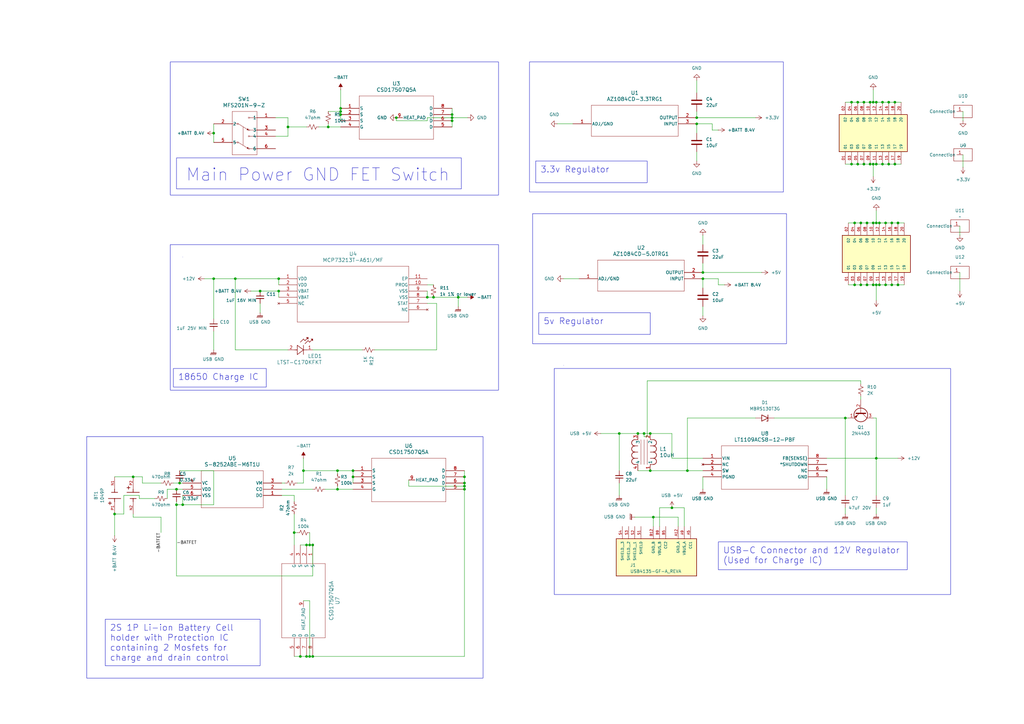
<source format=kicad_sch>
(kicad_sch (version 20231120) (generator "eeschema") (generator_version "8.0")
  (paper "A3")
  (title_block (title "Power Circuitry") (date "2/9/25") (company "Created by: Adam Nikulski"))
  (junction (at 359.41 41.91))
  (junction (at 138.43 193.04))
  (junction (at 125.73 223.52))
  (junction (at 359.41 116.84))
  (junction (at 365.76 116.84))
  (junction (at 139.7 46.99))
  (junction (at 124.46 193.04))
  (junction (at 185.42 48.26))
  (junction (at 187.96 121.92))
  (junction (at 266.7 177.8))
  (junction (at 367.03 67.31))
  (junction (at 358.14 116.84))
  (junction (at 351.79 41.91))
  (junction (at 118.11 52.07))
  (junction (at 134.62 52.07))
  (junction (at 266.7 193.04))
  (junction (at 358.14 67.31))
  (junction (at 254 177.8))
  (junction (at 285.75 48.26))
  (junction (at 190.5 195.58))
  (junction (at 288.29 111.76))
  (junction (at 46.99 210.82))
  (junction (at 123.19 269.24))
  (junction (at 106.68 119.38))
  (junction (at 114.3 114.3))
  (junction (at 350.52 116.84))
  (junction (at 177.8 121.92))
  (junction (at 368.3 91.44))
  (junction (at 354.33 67.31))
  (junction (at 267.97 212.09))
  (junction (at 87.63 54.61))
  (junction (at 114.3 119.38))
  (junction (at 365.76 91.44))
  (junction (at 128.27 269.24))
  (junction (at 363.22 91.44))
  (junction (at 360.68 116.84))
  (junction (at 288.29 114.3))
  (junction (at 72.39 207.01))
  (junction (at 285.75 50.8))
  (junction (at 346.71 171.45))
  (junction (at 190.5 198.12))
  (junction (at 87.63 114.3))
  (junction (at 127 269.24))
  (junction (at 190.5 199.39))
  (junction (at 367.03 41.91))
  (junction (at 144.78 193.04))
  (junction (at 73.66 198.12))
  (junction (at 359.41 67.31))
  (junction (at 139.7 45.72))
  (junction (at 353.06 91.44))
  (junction (at 358.14 91.44))
  (junction (at 144.78 195.58))
  (junction (at 368.3 116.84))
  (junction (at 364.49 67.31))
  (junction (at 162.56 48.26))
  (junction (at 356.87 67.31))
  (junction (at 54.61 195.58))
  (junction (at 359.41 91.44))
  (junction (at 355.6 91.44))
  (junction (at 354.33 41.91))
  (junction (at 175.26 121.92))
  (junction (at 351.79 67.31))
  (junction (at 74.93 207.01))
  (junction (at 361.95 67.31))
  (junction (at 264.16 177.8))
  (junction (at 355.6 116.84))
  (junction (at 360.68 91.44))
  (junction (at 356.87 41.91))
  (junction (at 358.14 41.91))
  (junction (at 275.59 208.28))
  (junction (at 128.27 223.52))
  (junction (at 359.41 187.96))
  (junction (at 349.25 67.31))
  (junction (at 361.95 41.91))
  (junction (at 125.73 269.24))
  (junction (at 349.25 41.91))
  (junction (at 353.06 116.84))
  (junction (at 350.52 91.44))
  (junction (at 72.39 200.66))
  (junction (at 261.62 177.8))
  (junction (at 139.7 44.45))
  (junction (at 120.65 218.44))
  (junction (at 363.22 116.84))
  (junction (at 190.5 200.66))
  (junction (at 96.52 114.3))
  (junction (at 281.94 193.04))
  (junction (at 127 223.52))
  (junction (at 138.43 200.66))
  (junction (at 185.42 46.99))
  (junction (at 185.42 49.53))
  (junction (at 364.49 41.91))
  (wire (pts (xy 115.57 203.2) (xy 120.65 203.2)))
  (wire (pts (xy 190.5 200.66) (xy 190.5 269.24)))
  (wire (pts (xy 266.7 193.04) (xy 281.94 193.04)))
  (wire (pts (xy 128.27 200.66) (xy 115.57 200.66)))
  (wire (pts (xy 367.03 41.91) (xy 369.57 41.91)))
  (wire (pts (xy 359.41 86.36) (xy 359.41 91.44)))
  (wire (pts (xy 359.41 116.84) (xy 359.41 123.19)))
  (wire (pts (xy 294.64 116.84) (xy 297.18 116.84)))
  (wire (pts (xy 365.76 116.84) (xy 368.3 116.84)))
  (wire (pts (xy 364.49 67.31) (xy 367.03 67.31)))
  (wire (pts (xy 57.15 204.47) (xy 63.5 204.47)))
  (wire (pts (xy 114.3 114.3) (xy 114.3 116.84)))
  (wire (pts (xy 288.29 114.3) (xy 288.29 118.11)))
  (wire (pts (xy 355.6 116.84) (xy 358.14 116.84)))
  (wire (pts (xy 162.56 49.53) (xy 175.26 49.53)))
  (wire (pts (xy 133.35 200.66) (xy 138.43 200.66)))
  (wire (pts (xy 118.11 143.51) (xy 96.52 143.51)))
  (wire (pts (xy 231.14 114.3) (xy 237.49 114.3)))
  (wire (pts (xy 288.29 96.52) (xy 288.29 100.33)))
  (wire (pts (xy 139.7 45.72) (xy 139.7 46.99)))
  (wire (pts (xy 190.5 198.12) (xy 190.5 199.39)))
  (wire (pts (xy 124.46 193.04) (xy 124.46 198.12)))
  (wire (pts (xy 66.04 212.09) (xy 54.61 212.09)))
  (wire (pts (xy 128.27 269.24) (xy 190.5 269.24)))
  (wire (pts (xy 356.87 67.31) (xy 358.14 67.31)))
  (wire (pts (xy 46.99 210.82) (xy 46.99 219.71)))
  (wire (pts (xy 393.7 111.76) (xy 393.7 119.38)))
  (wire (pts (xy 57.15 203.2) (xy 50.8 203.2)))
  (wire (pts (xy 66.04 218.44) (xy 66.04 212.09)))
  (wire (pts (xy 278.13 215.9) (xy 278.13 212.09)))
  (wire (pts (xy 281.94 193.04) (xy 288.29 193.04)))
  (wire (pts (xy 96.52 143.51) (xy 96.52 114.3)))
  (wire (pts (xy 87.63 193.04) (xy 73.66 193.04)))
  (wire (pts (xy 190.5 195.58) (xy 190.5 198.12)))
  (wire (pts (xy 347.98 91.44) (xy 350.52 91.44)))
  (wire (pts (xy 138.43 200.66) (xy 144.78 200.66)))
  (wire (pts (xy 265.43 179.07) (xy 264.16 179.07)))
  (wire (pts (xy 66.04 198.12) (xy 58.42 198.12)))
  (wire (pts (xy 353.06 162.56) (xy 353.06 163.83)))
  (wire (pts (xy 74.93 207.01) (xy 87.63 207.01)))
  (wire (pts (xy 87.63 130.81) (xy 87.63 114.3)))
  (wire (pts (xy 346.71 41.91) (xy 349.25 41.91)))
  (wire (pts (xy 144.78 193.04) (xy 144.78 195.58)))
  (wire (pts (xy 360.68 116.84) (xy 363.22 116.84)))
  (wire (pts (xy 363.22 116.84) (xy 365.76 116.84)))
  (wire (pts (xy 359.41 116.84) (xy 360.68 116.84)))
  (wire (pts (xy 350.52 116.84) (xy 353.06 116.84)))
  (wire (pts (xy 175.26 49.53) (xy 175.26 48.26)))
  (wire (pts (xy 130.81 52.07) (xy 134.62 52.07)))
  (wire (pts (xy 361.95 67.31) (xy 364.49 67.31)))
  (wire (pts (xy 50.8 203.2) (xy 50.8 210.82)))
  (wire (pts (xy 363.22 91.44) (xy 365.76 91.44)))
  (wire (pts (xy 266.7 177.8) (xy 264.16 177.8)))
  (wire (pts (xy 365.76 91.44) (xy 368.3 91.44)))
  (wire (pts (xy 87.63 114.3) (xy 96.52 114.3)))
  (wire (pts (xy 87.63 207.01) (xy 87.63 193.04)))
  (wire (pts (xy 113.03 48.26) (xy 118.11 48.26)))
  (wire (pts (xy 144.78 195.58) (xy 144.78 198.12)))
  (wire (pts (xy 118.11 48.26) (xy 118.11 52.07)))
  (wire (pts (xy 359.41 208.28) (xy 359.41 210.82)))
  (wire (pts (xy 358.14 67.31) (xy 358.14 72.39)))
  (wire (pts (xy 353.06 156.21) (xy 265.43 156.21)))
  (wire (pts (xy 138.43 199.39) (xy 138.43 200.66)))
  (wire (pts (xy 185.42 48.26) (xy 185.42 49.53)))
  (wire (pts (xy 246.38 177.8) (xy 254 177.8)))
  (wire (pts (xy 270.51 215.9) (xy 270.51 208.28)))
  (wire (pts (xy 353.06 91.44) (xy 355.6 91.44)))
  (wire (pts (xy 359.41 91.44) (xy 360.68 91.44)))
  (wire (pts (xy 228.6 50.8) (xy 234.95 50.8)))
  (wire (pts (xy 261.62 177.8) (xy 264.16 177.8)))
  (wire (pts (xy 346.71 67.31) (xy 349.25 67.31)))
  (wire (pts (xy 83.82 114.3) (xy 87.63 114.3)))
  (wire (pts (xy 278.13 212.09) (xy 267.97 212.09)))
  (wire (pts (xy 354.33 67.31) (xy 356.87 67.31)))
  (wire (pts (xy 346.71 171.45) (xy 346.71 203.2)))
  (wire (pts (xy 128.27 223.52) (xy 128.27 236.22)))
  (wire (pts (xy 138.43 193.04) (xy 138.43 194.31)))
  (wire (pts (xy 394.97 63.5) (xy 394.97 68.58)))
  (wire (pts (xy 285.75 33.02) (xy 285.75 38.1)))
  (wire (pts (xy 350.52 91.44) (xy 353.06 91.44)))
  (wire (pts (xy 74.93 200.66) (xy 72.39 200.66)))
  (wire (pts (xy 260.35 212.09) (xy 267.97 212.09)))
  (wire (pts (xy 139.7 45.72) (xy 134.62 45.72)))
  (wire (pts (xy 102.87 119.38) (xy 106.68 119.38)))
  (wire (pts (xy 288.29 107.95) (xy 288.29 111.76)))
  (wire (pts (xy 339.09 187.96) (xy 359.41 187.96)))
  (wire (pts (xy 288.29 111.76) (xy 312.42 111.76)))
  (wire (pts (xy 190.5 199.39) (xy 190.5 200.66)))
  (wire (pts (xy 124.46 198.12) (xy 121.92 198.12)))
  (wire (pts (xy 266.7 177.8) (xy 275.59 177.8)))
  (wire (pts (xy 349.25 41.91) (xy 351.79 41.91)))
  (wire (pts (xy 359.41 187.96) (xy 368.3 187.96)))
  (wire (pts (xy 175.26 48.26) (xy 185.42 48.26)))
  (wire (pts (xy 393.7 92.71) (xy 393.7 96.52)))
  (wire (pts (xy 187.96 121.92) (xy 191.77 121.92)))
  (wire (pts (xy 351.79 67.31) (xy 354.33 67.31)))
  (wire (pts (xy 265.43 156.21) (xy 265.43 179.07)))
  (wire (pts (xy 275.59 187.96) (xy 275.59 177.8)))
  (wire (pts (xy 118.11 52.07) (xy 118.11 55.88)))
  (wire (pts (xy 358.14 171.45) (xy 359.41 171.45)))
  (wire (pts (xy 339.09 195.58) (xy 339.09 200.66)))
  (wire (pts (xy 187.96 121.92) (xy 187.96 125.73)))
  (wire (pts (xy 177.8 121.92) (xy 187.96 121.92)))
  (wire (pts (xy 175.26 119.38) (xy 175.26 121.92)))
  (wire (pts (xy 364.49 41.91) (xy 367.03 41.91)))
  (wire (pts (xy 358.14 67.31) (xy 359.41 67.31)))
  (wire (pts (xy 120.65 203.2) (xy 120.65 205.74)))
  (wire (pts (xy 114.3 121.92) (xy 114.3 119.38)))
  (wire (pts (xy 87.63 135.89) (xy 87.63 143.51)))
  (wire (pts (xy 68.58 200.66) (xy 68.58 204.47)))
  (wire (pts (xy 72.39 200.66) (xy 68.58 200.66)))
  (wire (pts (xy 354.33 41.91) (xy 356.87 41.91)))
  (wire (pts (xy 309.88 171.45) (xy 281.94 171.45)))
  (wire (pts (xy 118.11 52.07) (xy 125.73 52.07)))
  (wire (pts (xy 285.75 62.23) (xy 285.75 66.04)))
  (wire (pts (xy 267.97 212.09) (xy 267.97 215.9)))
  (wire (pts (xy 127 269.24) (xy 128.27 269.24)))
  (wire (pts (xy 254 193.04) (xy 254 177.8)))
  (wire (pts (xy 346.71 171.45) (xy 347.98 171.45)))
  (wire (pts (xy 139.7 44.45) (xy 139.7 36.83)))
  (wire (pts (xy 185.42 46.99) (xy 185.42 48.26)))
  (wire (pts (xy 288.29 187.96) (xy 275.59 187.96)))
  (wire (pts (xy 148.59 143.51) (xy 128.27 143.51)))
  (wire (pts (xy 106.68 124.46) (xy 106.68 128.27)))
  (wire (pts (xy 58.42 198.12) (xy 58.42 195.58)))
  (wire (pts (xy 179.07 143.51) (xy 179.07 124.46)))
  (wire (pts (xy 270.51 208.28) (xy 275.59 208.28)))
  (wire (pts (xy 127 223.52) (xy 125.73 223.52)))
  (wire (pts (xy 317.5 171.45) (xy 346.71 171.45)))
  (wire (pts (xy 353.06 156.21) (xy 353.06 157.48)))
  (wire (pts (xy 71.12 198.12) (xy 73.66 198.12)))
  (wire (pts (xy 356.87 41.91) (xy 358.14 41.91)))
  (wire (pts (xy 285.75 45.72) (xy 285.75 48.26)))
  (wire (pts (xy 359.41 171.45) (xy 359.41 187.96)))
  (wire (pts (xy 347.98 116.84) (xy 350.52 116.84)))
  (wire (pts (xy 358.14 41.91) (xy 359.41 41.91)))
  (wire (pts (xy 288.29 195.58) (xy 288.29 200.66)))
  (wire (pts (xy 185.42 44.45) (xy 185.42 46.99)))
  (wire (pts (xy 349.25 67.31) (xy 351.79 67.31)))
  (wire (pts (xy 87.63 50.8) (xy 87.63 54.61)))
  (wire (pts (xy 72.39 236.22) (xy 128.27 236.22)))
  (wire (pts (xy 394.97 45.72) (xy 394.97 49.53)))
  (wire (pts (xy 355.6 91.44) (xy 358.14 91.44)))
  (wire (pts (xy 175.26 116.84) (xy 177.8 116.84)))
  (wire (pts (xy 254 198.12) (xy 254 203.2)))
  (wire (pts (xy 254 177.8) (xy 261.62 177.8)))
  (wire (pts (xy 185.42 49.53) (xy 185.42 52.07)))
  (wire (pts (xy 72.39 207.01) (xy 72.39 236.22)))
  (wire (pts (xy 124.46 187.96) (xy 124.46 193.04)))
  (wire (pts (xy 134.62 52.07) (xy 134.62 50.8)))
  (wire (pts (xy 167.64 196.85) (xy 167.64 199.39)))
  (wire (pts (xy 359.41 41.91) (xy 361.95 41.91)))
  (wire (pts (xy 115.57 198.12) (xy 116.84 198.12)))
  (wire (pts (xy 281.94 171.45) (xy 281.94 193.04)))
  (wire (pts (xy 275.59 208.28) (xy 280.67 208.28)))
  (wire (pts (xy 285.75 50.8) (xy 292.1 50.8)))
  (wire (pts (xy 125.73 269.24) (xy 123.19 269.24)))
  (wire (pts (xy 280.67 208.28) (xy 280.67 215.9)))
  (wire (pts (xy 118.11 55.88) (xy 113.03 55.88)))
  (wire (pts (xy 153.67 143.51) (xy 179.07 143.51)))
  (wire (pts (xy 125.73 269.24) (xy 127 269.24)))
  (wire (pts (xy 185.42 48.26) (xy 191.77 48.26)))
  (wire (pts (xy 57.15 203.2) (xy 57.15 204.47)))
  (wire (pts (xy 96.52 114.3) (xy 114.3 114.3)))
  (wire (pts (xy 358.14 116.84) (xy 359.41 116.84)))
  (wire (pts (xy 123.19 269.24) (xy 120.65 269.24)))
  (wire (pts (xy 368.3 91.44) (xy 370.84 91.44)))
  (wire (pts (xy 138.43 193.04) (xy 144.78 193.04)))
  (wire (pts (xy 162.56 48.26) (xy 162.56 49.53)))
  (wire (pts (xy 120.65 210.82) (xy 120.65 218.44)))
  (wire (pts (xy 359.41 67.31) (xy 361.95 67.31)))
  (wire (pts (xy 353.06 116.84) (xy 355.6 116.84)))
  (wire (pts (xy 294.64 114.3) (xy 288.29 114.3)))
  (wire (pts (xy 74.93 203.2) (xy 74.93 207.01)))
  (wire (pts (xy 120.65 218.44) (xy 120.65 223.52)))
  (wire (pts (xy 358.14 91.44) (xy 359.41 91.44)))
  (wire (pts (xy 368.3 116.84) (xy 370.84 116.84)))
  (wire (pts (xy 294.64 116.84) (xy 294.64 114.3)))
  (wire (pts (xy 46.99 195.58) (xy 54.61 195.58)))
  (wire (pts (xy 264.16 179.07) (xy 264.16 177.8)))
  (wire (pts (xy 50.8 210.82) (xy 46.99 210.82)))
  (wire (pts (xy 134.62 52.07) (xy 139.7 52.07)))
  (wire (pts (xy 285.75 54.61) (xy 285.75 50.8)))
  (wire (pts (xy 266.7 193.04) (xy 261.62 193.04)))
  (wire (pts (xy 285.75 48.26) (xy 309.88 48.26)))
  (wire (pts (xy 351.79 41.91) (xy 354.33 41.91)))
  (wire (pts (xy 167.64 199.39) (xy 190.5 199.39)))
  (wire (pts (xy 124.46 246.38) (xy 127 246.38)))
  (wire (pts (xy 127 218.44) (xy 127 223.52)))
  (wire (pts (xy 292.1 53.34) (xy 294.64 53.34)))
  (wire (pts (xy 124.46 193.04) (xy 138.43 193.04)))
  (wire (pts (xy 367.03 67.31) (xy 369.57 67.31)))
  (wire (pts (xy 358.14 36.83) (xy 358.14 41.91)))
  (wire (pts (xy 360.68 91.44) (xy 363.22 91.44)))
  (wire (pts (xy 361.95 41.91) (xy 364.49 41.91)))
  (wire (pts (xy 72.39 207.01) (xy 72.39 205.74)))
  (wire (pts (xy 292.1 50.8) (xy 292.1 53.34)))
  (wire (pts (xy 54.61 212.09) (xy 54.61 210.82)))
  (wire (pts (xy 346.71 208.28) (xy 346.71 210.82)))
  (wire (pts (xy 190.5 193.04) (xy 190.5 195.58)))
  (wire (pts (xy 87.63 54.61) (xy 87.63 58.42)))
  (wire (pts (xy 73.66 198.12) (xy 74.93 198.12)))
  (wire (pts (xy 139.7 46.99) (xy 139.7 49.53)))
  (wire (pts (xy 179.07 124.46) (xy 175.26 124.46)))
  (wire (pts (xy 121.92 218.44) (xy 120.65 218.44)))
  (wire (pts (xy 359.41 187.96) (xy 359.41 203.2)))
  (wire (pts (xy 72.39 207.01) (xy 74.93 207.01)))
  (wire (pts (xy 139.7 44.45) (xy 139.7 45.72)))
  (wire (pts (xy 288.29 125.73) (xy 288.29 129.54)))
  (wire (pts (xy 128.27 223.52) (xy 127 223.52)))
  (wire (pts (xy 127 246.38) (xy 127 269.24)))
  (wire (pts (xy 106.68 119.38) (xy 114.3 119.38)))
  (wire (pts (xy 175.26 121.92) (xy 177.8 121.92)))
  (wire (pts (xy 125.73 223.52) (xy 123.19 223.52)))
  (wire (pts (xy 58.42 195.58) (xy 54.61 195.58)))
  (rectangle (start 227.33 151.13) (end 389.89 243.84))
  (rectangle (start 217.17 25.4) (end 321.31 78.74))
  (rectangle (start 69.85 25.4) (end 204.47 80.01))
  (rectangle (start 218.44 87.63) (end 322.58 140.97))
  (rectangle (start 231.14 149.86) (end 231.14 149.86))
  (rectangle (start 69.85 100.33) (end 204.47 160.02))
  (rectangle (start 35.56 179.07) (end 198.12 278.13))
  (text_box "3.3v Regulator" (at 219.71 66.04 0) (size 45.72 8.89) (effects (font (size 2.54 2.54)) (justify left top)))
  (text_box "" (at 69.85 261.62 0) (size 0 0) (effects (font (size 2.54 2.54)) (justify left top)))
  (text_box "" (at 74.93 105.41 0) (size 0 0) (effects (font (size 5.08 5.08)) (justify left top)))
  (text_box "" (at 85.09 152.4 0) (size 0 0) (effects (font (size 2.54 2.54)) (justify left top)))
  (text_box "5v Regulator" (at 220.98 128.27 0) (size 45.72 8.89) (effects (font (size 2.54 2.54)) (justify left top)))
  (text_box "18650 Charge IC" (at 71.12 151.13 0) (size 38.1 7.62) (effects (font (size 2.54 2.54)) (justify left top)))
  (text_box "Main Power GND FET Switch " (at 72.39 64.77 0) (size 116.84 12.7) (effects (font (size 5.08 5.08)) (justify left top)))
  (text_box "2S 1P Li-ion Battery Cell holder with Protection IC containing 2 Mosfets for charge and drain control" (at 43.18 254 0) (size 63.5 19.05) (effects (font (size 2.54 2.54)) (justify left top)))
  (text_box "USB-C Connector and 12V Regulator \n(Used for Charge IC)" (at 294.64 222.25 0) (size 77.47 11.43) (effects (font (size 2.54 2.54)) (justify left top)))
  (label "-BATFET" (at 72.39 223.52 0))
  (label "-BATFET" (at 66.04 218.44 270))
  (symbol (lib_id "power:+3.3V") (at 394.97 68.58 180) (unit 1)
    (property "Reference" "#PWR031" (effects (hide yes)))
    (property "Value" "+3.3V" (at 394.97 73.66 0))
    (property "Description" "Power symbol creates a global label with name \"+3.3V\"" (effects (hide yes)))
  )
  (symbol (lib_id "power:+BATT") (at 102.87 119.38 90) (unit 1)
    (property "Reference" "#PWR016" (effects (hide yes)))
    (property "Value" "+BATT 8.4V" (at 99.06 119.3801 90) (effects (justify left)))
    (property "Description" "Power symbol creates a global label with name \"+BATT\"" (effects (hide yes)))
  )
  (symbol (lib_id "Group Rocket Symbol Library:S-8252ABE-M6T1U") (at 95.25 200.66 180) (unit 1)
    (property "Reference" "U5" (at 95.25 187.96 0) (effects (font (size 1.524 1.524))))
    (property "Value" "S-8252ABE-M6T1U" (at 95.25 190.5 0) (effects (font (size 1.524 1.524))))
    (property "Footprint" "Group Rocket:S-8252ABE-M6T1U" (effects (hide yes)))
    (property "Datasheet" "https://www.lcsc.com/datasheet/lcsc_datasheet_2412111053_ABLIC-S-8252ABE-M6T1U_C3682848.pdf" (effects (hide yes)))
    (property "Description" "BATTERY PROTECTION ICFOR 2-SERIAL-CELL PACK" (effects (hide yes)))
    (property "LCSC #" "C3682848" (effects (hide yes)))
  )
  (symbol (lib_id "Group Rocket Symbol Library:Power_Pad 5mm x 10mm") (at 394.97 45.72 270) (unit 1)
    (property "Reference" "U10" (at 394.97 39.37 90))
    (property "Value" "~" (at 394.97 41.91 90))
    (property "Footprint" "Group Rocket:Power_Pad 5mm x 10mm" (effects (hide yes)))
  )
  (symbol (lib_id "power:GNDPWR") (at 260.35 212.09 270) (unit 1)
    (property "Reference" "#PWR019" (effects (hide yes)))
    (property "Value" "USB GND" (at 256.54 211.9629 90) (effects (justify right)))
    (property "Description" "Power symbol creates a global label with name \"GNDPWR\" , global ground" (effects (hide yes)))
  )
  (symbol (lib_id "power:GND") (at 162.56 48.26 270) (unit 1)
    (property "Reference" "#PWR039" (effects (hide yes)))
    (property "Value" "GND" (at 158.75 48.2599 90) (effects (justify right)))
    (property "Description" "Power symbol creates a global label with name \"GND\" , ground" (effects (hide yes)))
  )
  (symbol (lib_id "Group Rocket Symbol Library:SMS-110-X-X-D") (at 356.87 54.61 90) (unit 1)
    (property "Reference" "J4" (effects (hide yes)))
    (property "Value" "SMS-110-X-X-D" (effects (hide yes)))
    (property "Footprint" "SMS-110-X-X-D:SAMTEC_SMS-110-X-X-D" (effects (hide yes)))
    (property "PARTREV" "11-30-93" (effects (hide yes)))
    (property "STANDARD" "Manufacturer Recommendations" (effects (hide yes)))
    (property "MAXIMUM_PACKAGE_HEIGHT" "8.51mm" (effects (hide yes)))
    (property "MANUFACTURER" "Samtec" (effects (hide yes)))
  )
  (symbol (lib_id "Device:R_Small_US") (at 128.27 52.07 90) (unit 1)
    (property "Reference" "R6" (at 128.27 45.72 90))
    (property "Value" "47ohm" (at 128.27 48.26 90))
    (property "Footprint" "Resistor_SMD:R_0805_2012Metric_Pad1.20x1.40mm_HandSolder" (effects (hide yes)))
    (property "Description" "Resistor, small US symbol" (effects (hide yes)))
  )
  (symbol (lib_id "power:+12V") (at 368.3 187.96 270) (unit 1)
    (property "Reference" "#PWR018" (effects (hide yes)))
    (property "Value" "+12V" (at 372.11 187.9599 90) (effects (justify left)))
    (property "Description" "Power symbol creates a global label with name \"+12V\"" (effects (hide yes)))
  )
  (symbol (lib_id "Device:C_Small") (at 106.68 121.92 0) (unit 1)
    (property "Reference" "C11" (at 109.22 120.6562 0) (effects (justify left)))
    (property "Value" "1uF 16V MIN" (at 92.71 123.19 0) (effects (justify left)))
    (property "Footprint" "Capacitor_SMD:C_0603_1608Metric_Pad1.08x0.95mm_HandSolder" (effects (hide yes)))
    (property "Description" "Unpolarized capacitor, small symbol" (effects (hide yes)))
  )
  (symbol (lib_id "power:GNDPWR") (at 288.29 200.66 0) (unit 1)
    (property "Reference" "#PWR021" (effects (hide yes)))
    (property "Value" "USB GND" (at 288.163 204.47 0))
    (property "Description" "Power symbol creates a global label with name \"GNDPWR\" , global ground" (effects (hide yes)))
  )
  (symbol (lib_id "power:GND") (at 288.29 129.54 0) (mirror y) (unit 1)
    (property "Reference" "#PWR07" (effects (hide yes)))
    (property "Value" "GND" (at 288.29 134.62 0))
    (property "Description" "Power symbol creates a global label with name \"GND\" , ground" (effects (hide yes)))
  )
  (symbol (lib_id "power:+5V") (at 312.42 111.76 270) (unit 1)
    (property "Reference" "#PWR05" (effects (hide yes)))
    (property "Value" "+5V" (at 316.23 111.7599 90) (effects (justify left)))
    (property "Description" "Power symbol creates a global label with name \"+5V\"" (effects (hide yes)))
  )
  (symbol (lib_id "Device:R_Small_US") (at 134.62 48.26 180) (unit 1)
    (property "Reference" "R5" (at 137.16 46.9899 0) (effects (justify right)))
    (property "Value" "100k" (at 137.16 49.5299 0) (effects (justify right)))
    (property "Footprint" "Resistor_SMD:R_0805_2012Metric_Pad1.20x1.40mm_HandSolder" (effects (hide yes)))
    (property "Description" "Resistor, small US symbol" (effects (hide yes)))
  )
  (symbol (lib_id "Group Rocket Symbol Library:USB4135-GF-A_REVA") (at 270.51 228.6 270) (unit 1)
    (property "Reference" "J1" (at 258.445 231.775 90) (effects (justify left)))
    (property "Value" "USB4135-GF-A_REVA" (at 258.445 234.315 90) (effects (justify left)))
    (property "Footprint" "USB4135-GF-A_REVA:GCT_USB4135-GF-A_REVA" (effects (hide yes)))
    (property "PARTREV" "A" (effects (hide yes)))
    (property "STANDARD" "Manufacturer Recommendations" (effects (hide yes)))
    (property "MAXIMUM_PACKAGE_HEIGHT" "3.25 mm" (effects (hide yes)))
    (property "MANUFACTURER" "GCT" (effects (hide yes)))
  )
  (symbol (lib_id "Diode:SM6T6V8A") (at 313.69 171.45 180) (unit 1)
    (property "Reference" "D1" (at 313.69 165.1 0))
    (property "Value" "MBRS130T3G" (at 313.69 167.64 0))
    (property "Footprint" "Diode_SMD:D_SMB" (effects (hide yes)))
    (property "Datasheet" "https://www.st.com/resource/en/datasheet/sm6t.pdf" (effects (hide yes)))
    (property "Description" "600W unidirectional Transil Transient Voltage Suppressor, 6.8Vrwm, DO-214AA" (effects (hide yes)))
  )
  (symbol (lib_id "Group Rocket Symbol Library:SMS-110-X-X-D") (at 358.14 104.14 90) (unit 1)
    (property "Reference" "J5" (effects (hide yes)))
    (property "Value" "SMS-110-X-X-D" (effects (hide yes)))
    (property "Footprint" "SMS-110-X-X-D:SAMTEC_SMS-110-X-X-D" (effects (hide yes)))
    (property "PARTREV" "11-30-93" (effects (hide yes)))
    (property "STANDARD" "Manufacturer Recommendations" (effects (hide yes)))
    (property "MAXIMUM_PACKAGE_HEIGHT" "8.51mm" (effects (hide yes)))
    (property "MANUFACTURER" "Samtec" (effects (hide yes)))
  )
  (symbol (lib_id "power:GND") (at 359.41 86.36 0) (mirror x) (unit 1)
    (property "Reference" "#PWR037" (effects (hide yes)))
    (property "Value" "GND" (at 359.41 81.28 0))
    (property "Description" "Power symbol creates a global label with name \"GND\" , ground" (effects (hide yes)))
  )
  (symbol (lib_id "Device:C") (at 288.29 104.14 0) (unit 1)
    (property "Reference" "C3" (at 292.1 102.8699 0) (effects (justify left)))
    (property "Value" "22uF" (at 292.1 105.4099 0) (effects (justify left)))
    (property "Footprint" "Capacitor_SMD:C_1206_3216Metric_Pad1.33x1.80mm_HandSolder" (effects (hide yes)))
    (property "Description" "Unpolarized capacitor" (effects (hide yes)))
  )
  (symbol (lib_id "power:GNDPWR") (at 106.68 128.27 0) (unit 1)
    (property "Reference" "#PWR029" (effects (hide yes)))
    (property "Value" "USB GND" (at 106.553 132.08 0))
    (property "Description" "Power symbol creates a global label with name \"GNDPWR\" , global ground" (effects (hide yes)))
  )
  (symbol (lib_id "power:GNDPWR") (at 339.09 200.66 0) (unit 1)
    (property "Reference" "#PWR022" (effects (hide yes)))
    (property "Value" "USB GND" (at 338.963 204.47 0))
    (property "Description" "Power symbol creates a global label with name \"GNDPWR\" , global ground" (effects (hide yes)))
  )
  (symbol (lib_id "power:+3.3V") (at 358.14 72.39 180) (unit 1)
    (property "Reference" "#PWR036" (effects (hide yes)))
    (property "Value" "+3.3V" (at 358.14 77.47 0))
    (property "Description" "Power symbol creates a global label with name \"+3.3V\"" (effects (hide yes)))
  )
  (symbol (lib_id "power:+BATT") (at 87.63 54.61 90) (unit 1)
    (property "Reference" "#PWR01" (effects (hide yes)))
    (property "Value" "+BATT 8.4V" (at 83.82 54.6099 90) (effects (justify left)))
    (property "Description" "Power symbol creates a global label with name \"+BATT\"" (effects (hide yes)))
  )
  (symbol (lib_id "Device:C") (at 285.75 58.42 0) (unit 1)
    (property "Reference" "C1" (at 289.56 57.1499 0) (effects (justify left)))
    (property "Value" "10uF" (at 289.56 59.6899 0) (effects (justify left)))
    (property "Footprint" "Capacitor_SMD:C_0805_2012Metric_Pad1.18x1.45mm_HandSolder" (effects (hide yes)))
    (property "Description" "Unpolarized capacitor" (effects (hide yes)))
  )
  (symbol (lib_id "Device:C") (at 288.29 121.92 0) (unit 1)
    (property "Reference" "C2" (at 292.1 120.6499 0) (effects (justify left)))
    (property "Value" "10uF" (at 292.1 123.1899 0) (effects (justify left)))
    (property "Footprint" "Capacitor_SMD:C_0805_2012Metric_Pad1.18x1.45mm_HandSolder" (effects (hide yes)))
    (property "Description" "Unpolarized capacitor" (effects (hide yes)))
  )
  (symbol (lib_id "Device:C_Small") (at 73.66 195.58 0) (unit 1)
    (property "Reference" "C5" (at 73.66 194.31 0) (effects (justify left)))
    (property "Value" "0.33uF" (at 73.66 196.85 0) (effects (justify left)))
    (property "Footprint" "Capacitor_SMD:C_0402_1005Metric_Pad0.74x0.62mm_HandSolder" (effects (hide yes)))
    (property "Description" "Unpolarized capacitor, small symbol" (effects (hide yes)))
  )
  (symbol (lib_id "power:+BATT") (at 294.64 53.34 270) (unit 1)
    (property "Reference" "#PWR015" (effects (hide yes)))
    (property "Value" "+BATT 8.4V" (at 298.45 53.3399 90) (effects (justify left)))
    (property "Description" "Power symbol creates a global label with name \"+BATT\"" (effects (hide yes)))
  )
  (symbol (lib_id "Device:C_Small") (at 87.63 133.35 0) (unit 1)
    (property "Reference" "C10" (at 90.17 132.0862 0) (effects (justify left)))
    (property "Value" "1uF 25V MIN" (at 72.39 134.62 0) (effects (justify left)))
    (property "Footprint" "Capacitor_SMD:C_0603_1608Metric_Pad1.08x0.95mm_HandSolder" (effects (hide yes)))
    (property "Description" "Unpolarized capacitor, small symbol" (effects (hide yes)))
  )
  (symbol (lib_id "Group Rocket Symbol Library:Power_Pad 5mm x 10mm") (at 394.97 63.5 270) (unit 1)
    (property "Reference" "U9" (at 394.97 59.69 90))
    (property "Value" "~" (at 394.97 59.69 90))
    (property "Footprint" "Group Rocket:Power_Pad 5mm x 10mm" (effects (hide yes)))
  )
  (symbol (lib_id "power:+5V") (at 359.41 123.19 180) (unit 1)
    (property "Reference" "#PWR035" (effects (hide yes)))
    (property "Value" "+5V" (at 359.41 128.27 0))
    (property "Description" "Power symbol creates a global label with name \"+5V\"" (effects (hide yes)))
  )
  (symbol (lib_id "power:+3.3V") (at 309.88 48.26 270) (unit 1)
    (property "Reference" "#PWR06" (effects (hide yes)))
    (property "Value" "+3.3V" (at 313.69 48.2599 90) (effects (justify left)))
    (property "Description" "Power symbol creates a global label with name \"+3.3V\"" (effects (hide yes)))
  )
  (symbol (lib_id "power:+12V") (at 83.82 114.3 90) (unit 1)
    (property "Reference" "#PWR027" (effects (hide yes)))
    (property "Value" "+12V" (at 80.01 114.2999 90) (effects (justify left)))
    (property "Description" "Power symbol creates a global label with name \"+12V\"" (effects (hide yes)))
  )
  (symbol (lib_id "power:GNDPWR") (at 359.41 210.82 0) (unit 1)
    (property "Reference" "#PWR024" (effects (hide yes)))
    (property "Value" "USB GND" (at 359.283 214.63 0))
    (property "Description" "Power symbol creates a global label with name \"GNDPWR\" , global ground" (effects (hide yes)))
  )
  (symbol (lib_id "power:+5V") (at 275.59 208.28 0) (unit 1)
    (property "Reference" "#PWR025" (effects (hide yes)))
    (property "Value" "USB +5V" (at 275.59 203.2 0))
    (property "Description" "Power symbol creates a global label with name \"+5V\"" (effects (hide yes)))
  )
  (symbol (lib_id "power:GND") (at 285.75 33.02 0) (mirror x) (unit 1)
    (property "Reference" "#PWR010" (effects (hide yes)))
    (property "Value" "GND" (at 285.75 27.94 0))
    (property "Description" "Power symbol creates a global label with name \"GND\" , ground" (effects (hide yes)))
  )
  (symbol (lib_id "Device:C_Small") (at 254 195.58 180) (unit 1)
    (property "Reference" "C8" (at 256.54 194.3035 0) (effects (justify right)))
    (property "Value" "22uF" (at 256.54 196.8435 0) (effects (justify right)))
    (property "Footprint" "Capacitor_SMD:C_1206_3216Metric_Pad1.33x1.80mm_HandSolder" (effects (hide yes)))
    (property "Description" "Unpolarized capacitor, small symbol" (effects (hide yes)))
  )
  (symbol (lib_id "power:GND") (at 191.77 48.26 90) (unit 1)
    (property "Reference" "#PWR02" (effects (hide yes)))
    (property "Value" "GND" (at 195.58 48.2599 90) (effects (justify right)))
    (property "Description" "Power symbol creates a global label with name \"GND\" , ground" (effects (hide yes)))
  )
  (symbol (lib_id "Device:R_Small_US") (at 353.06 160.02 180) (unit 1)
    (property "Reference" "R10" (at 355.6 158.7499 0) (effects (justify right)))
    (property "Value" "2K" (at 355.6 161.2899 0) (effects (justify right)))
    (property "Footprint" "Resistor_SMD:R_0805_2012Metric_Pad1.20x1.40mm_HandSolder" (effects (hide yes)))
    (property "Description" "Resistor, small US symbol" (effects (hide yes)))
  )
  (symbol (lib_id "power:GND") (at 285.75 66.04 0) (mirror y) (unit 1)
    (property "Reference" "#PWR09" (effects (hide yes)))
    (property "Value" "GND" (at 285.75 71.12 0))
    (property "Description" "Power symbol creates a global label with name \"GND\" , ground" (effects (hide yes)))
  )
  (symbol (lib_id "power:GND") (at 394.97 49.53 0) (mirror y) (unit 1)
    (property "Reference" "#PWR033" (effects (hide yes)))
    (property "Value" "GND" (at 394.97 54.61 0))
    (property "Description" "Power symbol creates a global label with name \"GND\" , ground" (effects (hide yes)))
  )
  (symbol (lib_id "Group Rocket Symbol Library:LTST-C170KFKT") (at 123.19 143.51 0) (unit 1)
    (property "Reference" "LED1" (at 132.08 146.05 0) (effects (font (size 1.524 1.524)) (justify right)))
    (property "Value" "LTST-C170KFKT" (at 132.08 148.59 0) (effects (font (size 1.524 1.524)) (justify right)))
    (property "Footprint" "Group Rocket:LED_LTST-C170KFKT_LTO-M" (effects (hide yes)))
    (property "Datasheet" "LTST-C170KFKT" (effects (hide yes)))
    (property "Description" "LED" (effects (hide yes)))
    (property "LCSC #" "C284931" (effects (hide yes)))
  )
  (symbol (lib_id "Device:C_Small") (at 359.41 205.74 0) (unit 1)
    (property "Reference" "C9" (at 361.95 204.4762 0) (effects (justify left)))
    (property "Value" "1uF" (at 361.95 207.0162 0) (effects (justify left)))
    (property "Footprint" "Capacitor_SMD:C_0603_1608Metric_Pad1.08x0.95mm_HandSolder" (effects (hide yes)))
    (property "Description" "Unpolarized capacitor, small symbol" (effects (hide yes)))
  )
  (symbol (lib_id "Device:R_Small_US") (at 177.8 119.38 0) (unit 1)
    (property "Reference" "R11" (at 180.34 118.1099 0) (effects (justify left)))
    (property "Value" "1k 1% or lower" (at 180.34 120.6499 0) (effects (justify left)))
    (property "Footprint" "Resistor_SMD:R_0805_2012Metric_Pad1.20x1.40mm_HandSolder" (effects (hide yes)))
    (property "Description" "Resistor, small US symbol" (effects (hide yes)))
  )
  (symbol (lib_id "Device:R_Small_US") (at 120.65 208.28 0) (unit 1)
    (property "Reference" "R2" (at 115.57 208.28 90))
    (property "Value" "47ohm" (at 118.11 208.28 90))
    (property "Footprint" "Resistor_SMD:R_0805_2012Metric_Pad1.20x1.40mm_HandSolder" (effects (hide yes)))
    (property "Description" "Resistor, small US symbol" (effects (hide yes)))
  )
  (symbol (lib_id "power:GND") (at 228.6 50.8 270) (mirror x) (unit 1)
    (property "Reference" "#PWR03" (effects (hide yes)))
    (property "Value" "GND" (at 227.33 46.99 90))
    (property "Description" "Power symbol creates a global label with name \"GND\" , ground" (effects (hide yes)))
  )
  (symbol (lib_id "power:GND") (at 288.29 96.52 0) (mirror x) (unit 1)
    (property "Reference" "#PWR08" (effects (hide yes)))
    (property "Value" "GND" (at 288.29 91.44 0))
    (property "Description" "Power symbol creates a global label with name \"GND\" , ground" (effects (hide yes)))
  )
  (symbol (lib_id "power:+BATT") (at 297.18 116.84 270) (unit 1)
    (property "Reference" "#PWR014" (effects (hide yes)))
    (property "Value" "+BATT 8.4V" (at 300.99 116.8399 90) (effects (justify left)))
    (property "Description" "Power symbol creates a global label with name \"+BATT\"" (effects (hide yes)))
  )
  (symbol (lib_id "Device:C") (at 285.75 41.91 0) (unit 1)
    (property "Reference" "C4" (at 289.56 40.6399 0) (effects (justify left)))
    (property "Value" "22uF" (at 289.56 43.1799 0) (effects (justify left)))
    (property "Footprint" "Capacitor_SMD:C_1206_3216Metric_Pad1.33x1.80mm_HandSolder" (effects (hide yes)))
    (property "Description" "Unpolarized capacitor" (effects (hide yes)))
  )
  (symbol (lib_id "Group Rocket Symbol Library:MFS201N-9-Z") (at 101.6 53.34 0) (unit 1)
    (property "Reference" "SW1" (at 100.076 40.64 0) (effects (font (size 1.524 1.524))))
    (property "Value" "MFS201N-9-Z" (at 100.076 43.18 0) (effects (font (size 1.524 1.524))))
    (property "Footprint" "Group Rocket:MFS201N-9-Z_NDC" (effects (hide yes)))
    (property "Datasheet" "MFS201N-9-Z" (effects (hide yes)))
  )
  (symbol (lib_id "Device:C_Small") (at 72.39 203.2 0) (unit 1)
    (property "Reference" "C6" (at 74.93 201.9362 0) (effects (justify left)))
    (property "Value" "0.33uF" (at 74.93 204.4762 0) (effects (justify left)))
    (property "Footprint" "Capacitor_SMD:C_0402_1005Metric_Pad0.74x0.62mm_HandSolder" (effects (hide yes)))
    (property "Description" "Unpolarized capacitor, small symbol" (effects (hide yes)))
  )
  (symbol (lib_id "Group Rocket Symbol Library:AZ1084CD-5.0TRG1") (at 237.49 114.3 0) (mirror x) (unit 1)
    (property "Reference" "U2" (at 262.89 101.6 0) (effects (font (size 1.524 1.524))))
    (property "Value" "AZ1084CD-5.0TRG1" (at 262.89 104.14 0) (effects (font (size 1.524 1.524))))
    (property "Footprint" "Group Rocket:AZ1084CD-5.0TRG1" (effects (hide yes)))
    (property "Datasheet" "https://www.lcsc.com/datasheet/lcsc_datasheet_2412251046_Diodes-Incorporated-AZ1084CD-5-0TRG1_C2980701.pdf" (effects (hide yes)))
    (property "Description" "5V 5A LOW DROPOUT LINEAR REGULATOR" (effects (hide yes)))
    (property "LCSC #" "C2980701" (effects (hide yes)))
  )
  (symbol (lib_id "power:GND") (at 393.7 96.52 0) (mirror y) (unit 1)
    (property "Reference" "#PWR034" (effects (hide yes)))
    (property "Value" "GND" (at 393.7 101.6 0))
    (property "Description" "Power symbol creates a global label with name \"GND\" , ground" (effects (hide yes)))
  )
  (symbol (lib_id "Group Rocket Symbol Library:CSD17507Q5A") (at 162.56 48.26 0) (unit 1)
    (property "Reference" "U3" (at 162.56 34.29 0) (effects (font (size 1.524 1.524))))
    (property "Value" "CSD17507Q5A" (at 162.56 36.83 0) (effects (font (size 1.524 1.524))))
    (property "Footprint" "Group Rocket:CSD17507Q5A" (effects (hide yes)))
    (property "Datasheet" "https://www.ti.com/cn/lit/ds/symlink/csd17507q5a.pdf?ts=1739554059859&ref_url=https%253A%252F%252Fwww.lcsc.com%252F" (effects (hide yes)))
    (property "Description" "30-VN-Channel NexFET Power MOSFET" (effects (hide yes)))
    (property "LCSC #" "C2866779" (effects (hide yes)))
  )
  (symbol (lib_id "Group Rocket Symbol Library:1049P") (at 52.07 203.2 90) (unit 1)
    (property "Reference" "BT1" (at 39.37 203.2 0))
    (property "Value" "1049P" (at 41.91 203.2 0))
    (property "Footprint" "1049P:BAT_1049P" (effects (hide yes)))
    (property "PARTREV" "F" (effects (hide yes)))
    (property "STANDARD" "Manufacturer Recommendations" (effects (hide yes)))
    (property "SNAPEDA_PN" "109" (effects (hide yes)))
    (property "MAXIMUM_PACKAGE_HEIGHT" "15.1mm" (effects (hide yes)))
    (property "MANUFACTURER" "Keystone" (effects (hide yes)))
  )
  (symbol (lib_id "Group Rocket Symbol Library:Power_Pad 5mm x 10mm") (at 393.7 92.71 270) (unit 1)
    (property "Reference" "U11" (at 393.7 86.36 90))
    (property "Value" "~" (at 393.7 88.9 90))
    (property "Footprint" "Group Rocket:Power_Pad 5mm x 10mm" (effects (hide yes)))
  )
  (symbol (lib_id "Device:R_Small_US") (at 138.43 196.85 0) (unit 1)
    (property "Reference" "R3" (at 139.7 195.58 0) (effects (justify left)))
    (property "Value" "100k" (at 139.7 198.12 0) (effects (justify left)))
    (property "Footprint" "Resistor_SMD:R_0805_2012Metric_Pad1.20x1.40mm_HandSolder" (effects (hide yes)))
    (property "Description" "Resistor, small US symbol" (effects (hide yes)))
  )
  (symbol (lib_id "power:-BATT") (at 124.46 187.96 0) (unit 1)
    (property "Reference" "#PWR012" (effects (hide yes)))
    (property "Value" "-BATT" (at 124.46 182.88 0))
    (property "Description" "Power symbol creates a global label with name \"-BATT\"" (effects (hide yes)))
  )
  (symbol (lib_id "Device:C_Small") (at 346.71 205.74 180) (unit 1)
    (property "Reference" "C7" (at 349.25 204.4635 0) (effects (justify right)))
    (property "Value" "47uF 20V" (at 347.98 208.28 0) (effects (justify right)))
    (property "Footprint" "Capacitor_SMD:C_1206_3216Metric_Pad1.33x1.80mm_HandSolder" (effects (hide yes)))
    (property "Description" "Unpolarized capacitor, small symbol" (effects (hide yes)))
  )
  (symbol (lib_id "power:GND") (at 231.14 114.3 270) (mirror x) (unit 1)
    (property "Reference" "#PWR04" (effects (hide yes)))
    (property "Value" "GND" (at 227.33 114.2999 90) (effects (justify right)))
    (property "Description" "Power symbol creates a global label with name \"GND\" , ground" (effects (hide yes)))
  )
  (symbol (lib_id "power:GNDPWR") (at 87.63 143.51 0) (unit 1)
    (property "Reference" "#PWR028" (effects (hide yes)))
    (property "Value" "USB GND" (at 87.503 147.32 0))
    (property "Description" "Power symbol creates a global label with name \"GNDPWR\" , global ground" (effects (hide yes)))
  )
  (symbol (lib_id "Device:R_Small_US") (at 68.58 198.12 90) (unit 1)
    (property "Reference" "R8" (at 68.58 194.31 90))
    (property "Value" "470ohm" (at 66.04 195.58 90))
    (property "Footprint" "Resistor_SMD:R_0603_1608Metric_Pad0.98x0.95mm_HandSolder" (effects (hide yes)))
    (property "Description" "Resistor, small US symbol" (effects (hide yes)))
  )
  (symbol (lib_id "Driver_LED:AZ1084CD-3.3TRG1") (at 260.35 49.53 0) (mirror x) (unit 1)
    (property "Reference" "U1" (at 260.35 38.1 0) (effects (font (size 1.524 1.524))))
    (property "Value" "AZ1084CD-3.3TRG1" (at 260.35 40.64 0) (effects (font (size 1.524 1.524))))
    (property "Footprint" "Group Rocket:AZ1084CD-3.3TRG1" (effects (hide yes)))
    (property "Datasheet" "https://www.lcsc.com/datasheet/lcsc_datasheet_2412251004_Diodes-Incorporated-AZ1084CD-3-3TRG1_C151391.pdf" (effects (hide yes)))
    (property "Description" "3.3V 5A LOW DROPOUT LINEAR REGULATOR" (effects (hide yes)))
    (property "LCSC #" "C151391" (effects (hide yes)))
  )
  (symbol (lib_id "power:GND") (at 358.14 36.83 0) (mirror x) (unit 1)
    (property "Reference" "#PWR038" (effects (hide yes)))
    (property "Value" "GND" (at 358.14 31.75 0))
    (property "Description" "Power symbol creates a global label with name \"GND\" , ground" (effects (hide yes)))
  )
  (symbol (lib_id "Group Rocket Symbol Library:MCP73213T-A61I_MF") (at 144.78 119.38 0) (unit 1)
    (property "Reference" "U4" (at 144.78 104.14 0) (effects (font (size 1.524 1.524))))
    (property "Value" "MCP73213T-A61I/MF" (at 144.78 106.68 0) (effects (font (size 1.524 1.524))))
    (property "Footprint" "Group Rocket:MCP73213T-A61I-MF" (effects (hide yes)))
    (property "Datasheet" "https://www.lcsc.com/datasheet/lcsc_datasheet_2410121848_Microchip-Tech-MCP73213T-A61I-MF_C623835.pdf" (effects (hide yes)))
    (property "Description" "Dual-Cell Li-Ion/Li-Polymer Battery Charge Management Controller" (effects (hide yes)))
    (property "LCSC #" "C623835" (effects (hide yes)))
  )
  (symbol (lib_id "power:GNDPWR") (at 187.96 125.73 0) (unit 1)
    (property "Reference" "#PWR030" (effects (hide yes)))
    (property "Value" "USB GND" (at 187.833 129.54 0))
    (property "Description" "Power symbol creates a global label with name \"GNDPWR\" , global ground" (effects (hide yes)))
  )
  (symbol (lib_id "Device:R_Small_US") (at 151.13 143.51 270) (unit 1)
    (property "Reference" "R12" (at 152.4001 146.05 0) (effects (justify left)))
    (property "Value" "1K" (at 149.8601 146.05 0) (effects (justify left)))
    (property "Footprint" "Resistor_SMD:R_0805_2012Metric_Pad1.20x1.40mm_HandSolder" (effects (hide yes)))
    (property "Description" "Resistor, small US symbol" (effects (hide yes)))
  )
  (symbol (lib_id "power:GNDPWR") (at 254 203.2 0) (unit 1)
    (property "Reference" "#PWR020" (effects (hide yes)))
    (property "Value" "USB GND" (at 253.873 207.01 0))
    (property "Description" "Power symbol creates a global label with name \"GNDPWR\" , global ground" (effects (hide yes)))
  )
  (symbol (lib_id "Device:R_Small_US") (at 124.46 218.44 90) (unit 1)
    (property "Reference" "R4" (at 124.46 213.36 90))
    (property "Value" "100k" (at 124.46 215.9 90))
    (property "Footprint" "Resistor_SMD:R_0805_2012Metric_Pad1.20x1.40mm_HandSolder" (effects (hide yes)))
    (property "Description" "Resistor, small US symbol" (effects (hide yes)))
  )
  (symbol (lib_id "power:+5V") (at 393.7 119.38 180) (unit 1)
    (property "Reference" "#PWR032" (effects (hide yes)))
    (property "Value" "+5V" (at 393.7 124.46 0))
    (property "Description" "Power symbol creates a global label with name \"+5V\"" (effects (hide yes)))
  )
  (symbol (lib_id "Transistor_BJT:MPSA92") (at 353.06 168.91 270) (unit 1)
    (property "Reference" "Q1" (at 353.06 175.26 90))
    (property "Value" "2N4403" (at 353.06 177.8 90))
    (property "Footprint" "Package_TO_SOT_THT:TO-92_Inline" (effects (hide yes)))
    (property "Datasheet" "https://www.lcsc.com/datasheet/lcsc_datasheet_2410121804_onsemi-2N4403BU_C258190.pdf" (effects (hide yes)))
    (property "Description" "0.5A Ic, 300V Vce, PNP High Voltage Transistor, TO-92" (effects (hide yes)))
    (property "LCSC #" "C258190" (effects (hide yes)))
  )
  (symbol (lib_id "power:-BATT") (at 139.7 36.83 0) (unit 1)
    (property "Reference" "#PWR013" (effects (hide yes)))
    (property "Value" "-BATT" (at 139.7 31.75 0))
    (property "Description" "Power symbol creates a global label with name \"-BATT\"" (effects (hide yes)))
  )
  (symbol (lib_id "power:GNDPWR") (at 346.71 210.82 0) (unit 1)
    (property "Reference" "#PWR023" (effects (hide yes)))
    (property "Value" "USB GND" (at 346.583 214.63 0))
    (property "Description" "Power symbol creates a global label with name \"GNDPWR\" , global ground" (effects (hide yes)))
  )
  (symbol (lib_id "Group Rocket Symbol Library:CSD17507Q5A") (at 167.64 196.85 0) (unit 1)
    (property "Reference" "U6" (at 167.64 182.88 0) (effects (font (size 1.524 1.524))))
    (property "Value" "CSD17507Q5A" (at 167.64 185.42 0) (effects (font (size 1.524 1.524))))
    (property "Footprint" "Group Rocket:CSD17507Q5A" (effects (hide yes)))
    (property "Datasheet" "https://www.ti.com/cn/lit/ds/symlink/csd17507q5a.pdf?ts=1739554059859&ref_url=https%253A%252F%252Fwww.lcsc.com%252F" (effects (hide yes)))
    (property "Description" "30-VN-Channel NexFET Power MOSFET" (effects (hide yes)))
    (property "LCSC #" "CSD17507Q5A" (effects (hide yes)))
  )
  (symbol (lib_id "Group Rocket Symbol Library:Power_Pad 5mm x 10mm") (at 393.7 111.76 270) (unit 1)
    (property "Reference" "U12" (at 393.7 105.41 90))
    (property "Value" "~" (at 393.7 107.95 90))
    (property "Footprint" "Group Rocket:Power_Pad 5mm x 10mm" (effects (hide yes)))
  )
  (symbol (lib_id "Group Rocket Symbol Library:CTX10-1-R") (at 265.43 185.42 270) (unit 1)
    (property "Reference" "L1" (at 270.51 184.1499 90) (effects (font (size 1.524 1.524)) (justify left)))
    (property "Value" "10uH" (at 270.51 186.6899 90) (effects (font (size 1.524 1.524)) (justify left)))
    (property "Footprint" "Group Rocket:IND_CB_CTX-1" (effects (hide yes)))
    (property "Datasheet" "CTX10-1-R" (effects (hide yes)))
  )
  (symbol (lib_id "Group Rocket Symbol Library:CSD17507Q5A") (at 124.46 246.38 270) (unit 1)
    (property "Reference" "U7" (at 138.43 246.38 0) (effects (font (size 1.524 1.524))))
    (property "Value" "CSD17507Q5A" (at 135.89 246.38 0) (effects (font (size 1.524 1.524))))
    (property "Footprint" "Group Rocket:CSD17507Q5A" (effects (hide yes)))
    (property "Datasheet" "https://www.ti.com/cn/lit/ds/symlink/csd17507q5a.pdf?ts=1739554059859&ref_url=https%253A%252F%252Fwww.lcsc.com%252F" (effects (hide yes)))
    (property "Description" "30-VN-Channel NexFETTMPower MOSFET" (effects (hide yes)))
    (property "LCSC #" "C2866779" (effects (hide yes)))
  )
  (symbol (lib_id "power:+BATT") (at 46.99 219.71 180) (unit 1)
    (property "Reference" "#PWR011" (effects (hide yes)))
    (property "Value" "+BATT 8.4V" (at 46.9901 223.52 90) (effects (justify left)))
    (property "Description" "Power symbol creates a global label with name \"+BATT\"" (effects (hide yes)))
  )
  (symbol (lib_id "Device:R_Small_US") (at 130.81 200.66 270) (unit 1)
    (property "Reference" "R1" (at 130.81 194.31 90))
    (property "Value" "47ohm" (at 130.81 196.85 90))
    (property "Footprint" "Resistor_SMD:R_0805_2012Metric_Pad1.20x1.40mm_HandSolder" (effects (hide yes)))
    (property "Description" "Resistor, small US symbol" (effects (hide yes)))
  )
  (symbol (lib_id "Group Rocket Symbol Library:LT1109ACS8-12-PBF") (at 313.69 190.5 0) (unit 1)
    (property "Reference" "U8" (at 313.69 177.8 0) (effects (font (size 1.524 1.524))))
    (property "Value" "LT1109ACS8-12-PBF" (at 313.69 180.34 0) (effects (font (size 1.524 1.524))))
    (property "Footprint" "Group Rocket:LT1109ACS8-12#PBF" (effects (hide yes)))
    (property "Datasheet" "LT1109ACS8-12-PBF" (effects (hide yes)))
  )
  (symbol (lib_id "Device:R_Small_US") (at 66.04 204.47 90) (unit 1)
    (property "Reference" "R9" (at 66.04 201.93 90))
    (property "Value" "470ohm" (at 66.04 207.01 90))
    (property "Footprint" "Resistor_SMD:R_0603_1608Metric_Pad0.98x0.95mm_HandSolder" (effects (hide yes)))
    (property "Description" "Resistor, small US symbol" (effects (hide yes)))
  )
  (symbol (lib_id "power:+5V") (at 246.38 177.8 90) (unit 1)
    (property "Reference" "#PWR026" (effects (hide yes)))
    (property "Value" "USB +5V" (at 242.57 177.7999 90) (effects (justify left)))
    (property "Description" "Power symbol creates a global label with name \"+5V\"" (effects (hide yes)))
  )
  (symbol (lib_id "power:-BATT") (at 191.77 121.92 270) (unit 1)
    (property "Reference" "#PWR017" (effects (hide yes)))
    (property "Value" "-BATT" (at 195.58 121.9199 90) (effects (justify left)))
    (property "Description" "Power symbol creates a global label with name \"-BATT\"" (effects (hide yes)))
  )
  (symbol (lib_id "Device:R_Small_US") (at 119.38 198.12 90) (unit 1)
    (property "Reference" "R7" (at 119.38 191.77 90))
    (property "Value" "2k" (at 119.38 194.31 90))
    (property "Footprint" "Resistor_SMD:R_0805_2012Metric_Pad1.20x1.40mm_HandSolder" (effects (hide yes)))
    (property "Description" "Resistor, small US symbol" (effects (hide yes)))
  )
)
</source>
